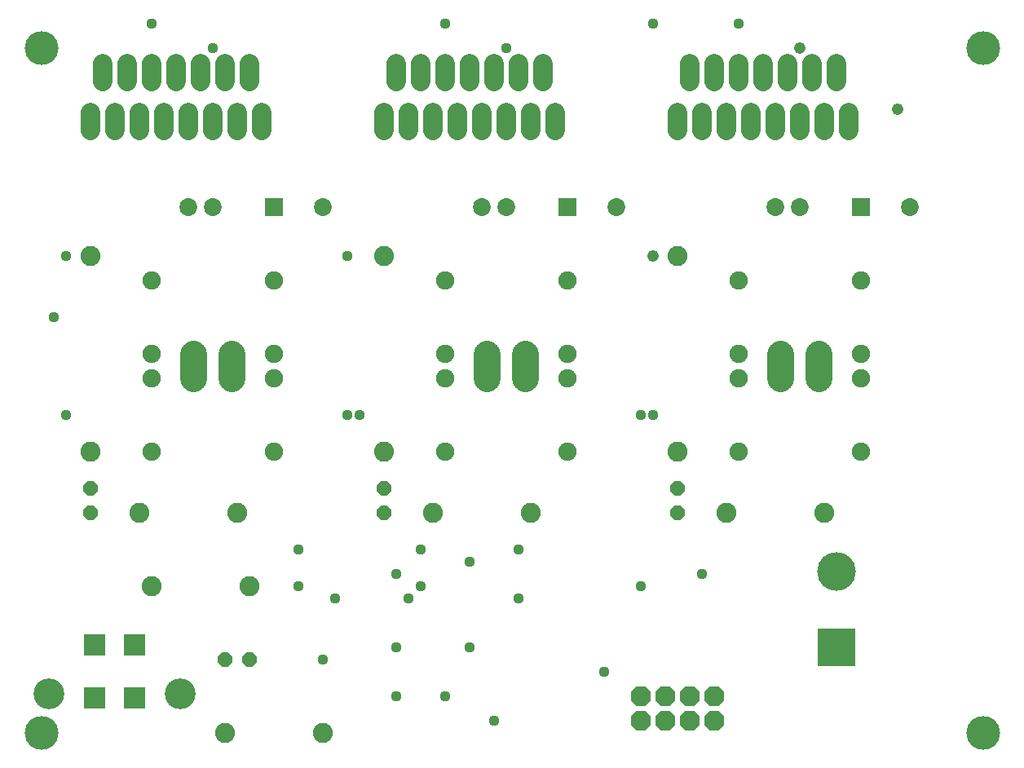
<source format=gbs>
G75*
G70*
%OFA0B0*%
%FSLAX24Y24*%
%IPPOS*%
%LPD*%
%AMOC8*
5,1,8,0,0,1.08239X$1,22.5*
%
%ADD10C,0.0789*%
%ADD11C,0.1084*%
%ADD12C,0.0749*%
%ADD13OC8,0.0600*%
%ADD14C,0.0820*%
%ADD15C,0.0730*%
%ADD16R,0.0730X0.0730*%
%ADD17R,0.1580X0.1580*%
%ADD18C,0.1580*%
%ADD19OC8,0.0820*%
%ADD20R,0.0907X0.0907*%
%ADD21C,0.1261*%
%ADD22C,0.1380*%
%ADD23C,0.0440*%
%ADD24C,0.0476*%
D10*
X003601Y026250D02*
X003601Y026959D01*
X004601Y026959D02*
X004601Y026250D01*
X005601Y026250D02*
X005601Y026959D01*
X006601Y026959D02*
X006601Y026250D01*
X007601Y026250D02*
X007601Y026959D01*
X008601Y026959D02*
X008601Y026250D01*
X009601Y026250D02*
X009601Y026959D01*
X010601Y026959D02*
X010601Y026250D01*
X010101Y028250D02*
X010101Y028959D01*
X009101Y028959D02*
X009101Y028250D01*
X008101Y028250D02*
X008101Y028959D01*
X007101Y028959D02*
X007101Y028250D01*
X006101Y028250D02*
X006101Y028959D01*
X005101Y028959D02*
X005101Y028250D01*
X004101Y028250D02*
X004101Y028959D01*
X015601Y026959D02*
X015601Y026250D01*
X016601Y026250D02*
X016601Y026959D01*
X017601Y026959D02*
X017601Y026250D01*
X018601Y026250D02*
X018601Y026959D01*
X019601Y026959D02*
X019601Y026250D01*
X020601Y026250D02*
X020601Y026959D01*
X021601Y026959D02*
X021601Y026250D01*
X022601Y026250D02*
X022601Y026959D01*
X022101Y028250D02*
X022101Y028959D01*
X021101Y028959D02*
X021101Y028250D01*
X020101Y028250D02*
X020101Y028959D01*
X019101Y028959D02*
X019101Y028250D01*
X018101Y028250D02*
X018101Y028959D01*
X017101Y028959D02*
X017101Y028250D01*
X016101Y028250D02*
X016101Y028959D01*
X027601Y026959D02*
X027601Y026250D01*
X028601Y026250D02*
X028601Y026959D01*
X029601Y026959D02*
X029601Y026250D01*
X030601Y026250D02*
X030601Y026959D01*
X031601Y026959D02*
X031601Y026250D01*
X032601Y026250D02*
X032601Y026959D01*
X033601Y026959D02*
X033601Y026250D01*
X034601Y026250D02*
X034601Y026959D01*
X034101Y028250D02*
X034101Y028959D01*
X033101Y028959D02*
X033101Y028250D01*
X032101Y028250D02*
X032101Y028959D01*
X031101Y028959D02*
X031101Y028250D01*
X030101Y028250D02*
X030101Y028959D01*
X029101Y028959D02*
X029101Y028250D01*
X028101Y028250D02*
X028101Y028959D01*
D11*
X031821Y017107D02*
X031821Y016103D01*
X033380Y016103D02*
X033380Y017107D01*
X021380Y017107D02*
X021380Y016103D01*
X019821Y016103D02*
X019821Y017107D01*
X009380Y017107D02*
X009380Y016103D01*
X007821Y016103D02*
X007821Y017107D01*
D12*
X006101Y017105D03*
X006101Y016105D03*
X006101Y013105D03*
X011101Y013105D03*
X011101Y016105D03*
X011101Y017105D03*
X011101Y020105D03*
X006101Y020105D03*
X018101Y020105D03*
X018101Y017105D03*
X018101Y016105D03*
X018101Y013105D03*
X023101Y013105D03*
X023101Y016105D03*
X023101Y017105D03*
X023101Y020105D03*
X030101Y020105D03*
X030101Y017105D03*
X030101Y016105D03*
X030101Y013105D03*
X035101Y013105D03*
X035101Y016105D03*
X035101Y017105D03*
X035101Y020105D03*
D13*
X027601Y011605D03*
X027601Y010605D03*
X015601Y010605D03*
X015601Y011605D03*
X010101Y004605D03*
X009101Y004605D03*
X003601Y010605D03*
X003601Y011605D03*
D14*
X003601Y013105D03*
X005601Y010605D03*
X006101Y007605D03*
X009601Y010605D03*
X010101Y007605D03*
X015601Y013105D03*
X017601Y010605D03*
X021601Y010605D03*
X027601Y013105D03*
X029601Y010605D03*
X033601Y010605D03*
X027601Y021105D03*
X015601Y021105D03*
X003601Y021105D03*
X009101Y001605D03*
X013101Y001605D03*
D15*
X013101Y023105D03*
X008601Y023105D03*
X007601Y023105D03*
X019601Y023105D03*
X020601Y023105D03*
X025101Y023105D03*
X031601Y023105D03*
X032601Y023105D03*
X037101Y023105D03*
D16*
X035101Y023105D03*
X023101Y023105D03*
X011101Y023105D03*
D17*
X034101Y005105D03*
D18*
X034101Y008209D03*
D19*
X029101Y003105D03*
X028101Y003105D03*
X027101Y003105D03*
X026101Y003105D03*
X026101Y002105D03*
X027101Y002105D03*
X028101Y002105D03*
X029101Y002105D03*
D20*
X005428Y003022D03*
X003774Y003022D03*
X003774Y005187D03*
X005428Y005187D03*
D21*
X007278Y003203D03*
X001924Y003203D03*
D22*
X001601Y001605D03*
X001601Y029605D03*
X040101Y029605D03*
X040101Y001605D03*
D23*
X028601Y008105D03*
X026101Y007605D03*
X024601Y004105D03*
X021101Y007105D03*
X019101Y008605D03*
X021101Y009105D03*
X017101Y009105D03*
X016101Y008105D03*
X017101Y007605D03*
X016601Y007105D03*
X016101Y005105D03*
X016101Y003105D03*
X018101Y003105D03*
X020101Y002105D03*
X019101Y005105D03*
X013601Y007105D03*
X012101Y007605D03*
X012101Y009105D03*
X013101Y004605D03*
X014101Y014605D03*
X014601Y014605D03*
X014101Y021105D03*
X008601Y029605D03*
X006101Y030605D03*
X018101Y030605D03*
X020601Y029605D03*
X026601Y030605D03*
X030101Y030605D03*
X026601Y014605D03*
X026101Y014605D03*
X002601Y014605D03*
X002101Y018605D03*
X002601Y021105D03*
D24*
X026601Y021105D03*
X036601Y027105D03*
X032601Y029605D03*
M02*

</source>
